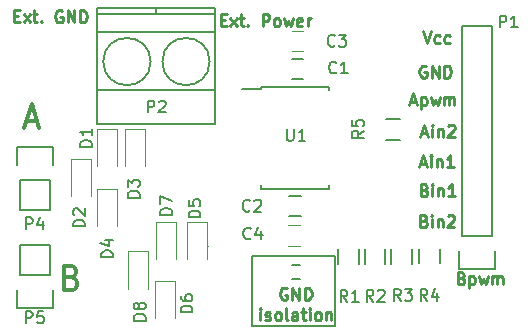
<source format=gbr>
G04 #@! TF.FileFunction,Legend,Top*
%FSLAX46Y46*%
G04 Gerber Fmt 4.6, Leading zero omitted, Abs format (unit mm)*
G04 Created by KiCad (PCBNEW 4.0.6+dfsg1-1) date Tue Feb 13 22:00:55 2018*
%MOMM*%
%LPD*%
G01*
G04 APERTURE LIST*
%ADD10C,0.100000*%
%ADD11C,0.200000*%
%ADD12C,0.250000*%
%ADD13C,0.300000*%
%ADD14C,0.150000*%
%ADD15C,0.120000*%
G04 APERTURE END LIST*
D10*
D11*
X143875000Y-103875000D02*
X143875000Y-103925000D01*
X150950000Y-103875000D02*
X143875000Y-103875000D01*
X150950000Y-109825000D02*
X150950000Y-103875000D01*
X143875000Y-109825000D02*
X150950000Y-109825000D01*
X143875000Y-103875000D02*
X143875000Y-109825000D01*
D12*
X146838096Y-106650000D02*
X146742858Y-106602381D01*
X146600001Y-106602381D01*
X146457143Y-106650000D01*
X146361905Y-106745238D01*
X146314286Y-106840476D01*
X146266667Y-107030952D01*
X146266667Y-107173810D01*
X146314286Y-107364286D01*
X146361905Y-107459524D01*
X146457143Y-107554762D01*
X146600001Y-107602381D01*
X146695239Y-107602381D01*
X146838096Y-107554762D01*
X146885715Y-107507143D01*
X146885715Y-107173810D01*
X146695239Y-107173810D01*
X147314286Y-107602381D02*
X147314286Y-106602381D01*
X147885715Y-107602381D01*
X147885715Y-106602381D01*
X148361905Y-107602381D02*
X148361905Y-106602381D01*
X148600000Y-106602381D01*
X148742858Y-106650000D01*
X148838096Y-106745238D01*
X148885715Y-106840476D01*
X148933334Y-107030952D01*
X148933334Y-107173810D01*
X148885715Y-107364286D01*
X148838096Y-107459524D01*
X148742858Y-107554762D01*
X148600000Y-107602381D01*
X148361905Y-107602381D01*
X144600000Y-109352381D02*
X144600000Y-108685714D01*
X144600000Y-108352381D02*
X144552381Y-108400000D01*
X144600000Y-108447619D01*
X144647619Y-108400000D01*
X144600000Y-108352381D01*
X144600000Y-108447619D01*
X145028571Y-109304762D02*
X145123809Y-109352381D01*
X145314285Y-109352381D01*
X145409524Y-109304762D01*
X145457143Y-109209524D01*
X145457143Y-109161905D01*
X145409524Y-109066667D01*
X145314285Y-109019048D01*
X145171428Y-109019048D01*
X145076190Y-108971429D01*
X145028571Y-108876190D01*
X145028571Y-108828571D01*
X145076190Y-108733333D01*
X145171428Y-108685714D01*
X145314285Y-108685714D01*
X145409524Y-108733333D01*
X146028571Y-109352381D02*
X145933333Y-109304762D01*
X145885714Y-109257143D01*
X145838095Y-109161905D01*
X145838095Y-108876190D01*
X145885714Y-108780952D01*
X145933333Y-108733333D01*
X146028571Y-108685714D01*
X146171429Y-108685714D01*
X146266667Y-108733333D01*
X146314286Y-108780952D01*
X146361905Y-108876190D01*
X146361905Y-109161905D01*
X146314286Y-109257143D01*
X146266667Y-109304762D01*
X146171429Y-109352381D01*
X146028571Y-109352381D01*
X146933333Y-109352381D02*
X146838095Y-109304762D01*
X146790476Y-109209524D01*
X146790476Y-108352381D01*
X147742858Y-109352381D02*
X147742858Y-108828571D01*
X147695239Y-108733333D01*
X147600001Y-108685714D01*
X147409524Y-108685714D01*
X147314286Y-108733333D01*
X147742858Y-109304762D02*
X147647620Y-109352381D01*
X147409524Y-109352381D01*
X147314286Y-109304762D01*
X147266667Y-109209524D01*
X147266667Y-109114286D01*
X147314286Y-109019048D01*
X147409524Y-108971429D01*
X147647620Y-108971429D01*
X147742858Y-108923810D01*
X148076191Y-108685714D02*
X148457143Y-108685714D01*
X148219048Y-108352381D02*
X148219048Y-109209524D01*
X148266667Y-109304762D01*
X148361905Y-109352381D01*
X148457143Y-109352381D01*
X148790477Y-109352381D02*
X148790477Y-108685714D01*
X148790477Y-108352381D02*
X148742858Y-108400000D01*
X148790477Y-108447619D01*
X148838096Y-108400000D01*
X148790477Y-108352381D01*
X148790477Y-108447619D01*
X149409524Y-109352381D02*
X149314286Y-109304762D01*
X149266667Y-109257143D01*
X149219048Y-109161905D01*
X149219048Y-108876190D01*
X149266667Y-108780952D01*
X149314286Y-108733333D01*
X149409524Y-108685714D01*
X149552382Y-108685714D01*
X149647620Y-108733333D01*
X149695239Y-108780952D01*
X149742858Y-108876190D01*
X149742858Y-109161905D01*
X149695239Y-109257143D01*
X149647620Y-109304762D01*
X149552382Y-109352381D01*
X149409524Y-109352381D01*
X150171429Y-108685714D02*
X150171429Y-109352381D01*
X150171429Y-108780952D02*
X150219048Y-108733333D01*
X150314286Y-108685714D01*
X150457144Y-108685714D01*
X150552382Y-108733333D01*
X150600001Y-108828571D01*
X150600001Y-109352381D01*
X123752381Y-83603571D02*
X124085715Y-83603571D01*
X124228572Y-84127381D02*
X123752381Y-84127381D01*
X123752381Y-83127381D01*
X124228572Y-83127381D01*
X124561905Y-84127381D02*
X125085715Y-83460714D01*
X124561905Y-83460714D02*
X125085715Y-84127381D01*
X125323810Y-83460714D02*
X125704762Y-83460714D01*
X125466667Y-83127381D02*
X125466667Y-83984524D01*
X125514286Y-84079762D01*
X125609524Y-84127381D01*
X125704762Y-84127381D01*
X126038096Y-84032143D02*
X126085715Y-84079762D01*
X126038096Y-84127381D01*
X125990477Y-84079762D01*
X126038096Y-84032143D01*
X126038096Y-84127381D01*
X127800001Y-83175000D02*
X127704763Y-83127381D01*
X127561906Y-83127381D01*
X127419048Y-83175000D01*
X127323810Y-83270238D01*
X127276191Y-83365476D01*
X127228572Y-83555952D01*
X127228572Y-83698810D01*
X127276191Y-83889286D01*
X127323810Y-83984524D01*
X127419048Y-84079762D01*
X127561906Y-84127381D01*
X127657144Y-84127381D01*
X127800001Y-84079762D01*
X127847620Y-84032143D01*
X127847620Y-83698810D01*
X127657144Y-83698810D01*
X128276191Y-84127381D02*
X128276191Y-83127381D01*
X128847620Y-84127381D01*
X128847620Y-83127381D01*
X129323810Y-84127381D02*
X129323810Y-83127381D01*
X129561905Y-83127381D01*
X129704763Y-83175000D01*
X129800001Y-83270238D01*
X129847620Y-83365476D01*
X129895239Y-83555952D01*
X129895239Y-83698810D01*
X129847620Y-83889286D01*
X129800001Y-83984524D01*
X129704763Y-84079762D01*
X129561905Y-84127381D01*
X129323810Y-84127381D01*
D11*
X140200000Y-103100000D02*
X140150000Y-103100000D01*
D12*
X161628572Y-105778571D02*
X161771429Y-105826190D01*
X161819048Y-105873810D01*
X161866667Y-105969048D01*
X161866667Y-106111905D01*
X161819048Y-106207143D01*
X161771429Y-106254762D01*
X161676191Y-106302381D01*
X161295238Y-106302381D01*
X161295238Y-105302381D01*
X161628572Y-105302381D01*
X161723810Y-105350000D01*
X161771429Y-105397619D01*
X161819048Y-105492857D01*
X161819048Y-105588095D01*
X161771429Y-105683333D01*
X161723810Y-105730952D01*
X161628572Y-105778571D01*
X161295238Y-105778571D01*
X162295238Y-105635714D02*
X162295238Y-106635714D01*
X162295238Y-105683333D02*
X162390476Y-105635714D01*
X162580953Y-105635714D01*
X162676191Y-105683333D01*
X162723810Y-105730952D01*
X162771429Y-105826190D01*
X162771429Y-106111905D01*
X162723810Y-106207143D01*
X162676191Y-106254762D01*
X162580953Y-106302381D01*
X162390476Y-106302381D01*
X162295238Y-106254762D01*
X163104762Y-105635714D02*
X163295238Y-106302381D01*
X163485715Y-105826190D01*
X163676191Y-106302381D01*
X163866667Y-105635714D01*
X164247619Y-106302381D02*
X164247619Y-105635714D01*
X164247619Y-105730952D02*
X164295238Y-105683333D01*
X164390476Y-105635714D01*
X164533334Y-105635714D01*
X164628572Y-105683333D01*
X164676191Y-105778571D01*
X164676191Y-106302381D01*
X164676191Y-105778571D02*
X164723810Y-105683333D01*
X164819048Y-105635714D01*
X164961905Y-105635714D01*
X165057143Y-105683333D01*
X165104762Y-105778571D01*
X165104762Y-106302381D01*
X158454763Y-100928571D02*
X158597620Y-100976190D01*
X158645239Y-101023810D01*
X158692858Y-101119048D01*
X158692858Y-101261905D01*
X158645239Y-101357143D01*
X158597620Y-101404762D01*
X158502382Y-101452381D01*
X158121429Y-101452381D01*
X158121429Y-100452381D01*
X158454763Y-100452381D01*
X158550001Y-100500000D01*
X158597620Y-100547619D01*
X158645239Y-100642857D01*
X158645239Y-100738095D01*
X158597620Y-100833333D01*
X158550001Y-100880952D01*
X158454763Y-100928571D01*
X158121429Y-100928571D01*
X159121429Y-101452381D02*
X159121429Y-100785714D01*
X159121429Y-100452381D02*
X159073810Y-100500000D01*
X159121429Y-100547619D01*
X159169048Y-100500000D01*
X159121429Y-100452381D01*
X159121429Y-100547619D01*
X159597619Y-100785714D02*
X159597619Y-101452381D01*
X159597619Y-100880952D02*
X159645238Y-100833333D01*
X159740476Y-100785714D01*
X159883334Y-100785714D01*
X159978572Y-100833333D01*
X160026191Y-100928571D01*
X160026191Y-101452381D01*
X160454762Y-100547619D02*
X160502381Y-100500000D01*
X160597619Y-100452381D01*
X160835715Y-100452381D01*
X160930953Y-100500000D01*
X160978572Y-100547619D01*
X161026191Y-100642857D01*
X161026191Y-100738095D01*
X160978572Y-100880952D01*
X160407143Y-101452381D01*
X161026191Y-101452381D01*
X158504763Y-98328571D02*
X158647620Y-98376190D01*
X158695239Y-98423810D01*
X158742858Y-98519048D01*
X158742858Y-98661905D01*
X158695239Y-98757143D01*
X158647620Y-98804762D01*
X158552382Y-98852381D01*
X158171429Y-98852381D01*
X158171429Y-97852381D01*
X158504763Y-97852381D01*
X158600001Y-97900000D01*
X158647620Y-97947619D01*
X158695239Y-98042857D01*
X158695239Y-98138095D01*
X158647620Y-98233333D01*
X158600001Y-98280952D01*
X158504763Y-98328571D01*
X158171429Y-98328571D01*
X159171429Y-98852381D02*
X159171429Y-98185714D01*
X159171429Y-97852381D02*
X159123810Y-97900000D01*
X159171429Y-97947619D01*
X159219048Y-97900000D01*
X159171429Y-97852381D01*
X159171429Y-97947619D01*
X159647619Y-98185714D02*
X159647619Y-98852381D01*
X159647619Y-98280952D02*
X159695238Y-98233333D01*
X159790476Y-98185714D01*
X159933334Y-98185714D01*
X160028572Y-98233333D01*
X160076191Y-98328571D01*
X160076191Y-98852381D01*
X161076191Y-98852381D02*
X160504762Y-98852381D01*
X160790476Y-98852381D02*
X160790476Y-97852381D01*
X160695238Y-97995238D01*
X160600000Y-98090476D01*
X160504762Y-98138095D01*
X157319048Y-90866667D02*
X157795239Y-90866667D01*
X157223810Y-91152381D02*
X157557143Y-90152381D01*
X157890477Y-91152381D01*
X158223810Y-90485714D02*
X158223810Y-91485714D01*
X158223810Y-90533333D02*
X158319048Y-90485714D01*
X158509525Y-90485714D01*
X158604763Y-90533333D01*
X158652382Y-90580952D01*
X158700001Y-90676190D01*
X158700001Y-90961905D01*
X158652382Y-91057143D01*
X158604763Y-91104762D01*
X158509525Y-91152381D01*
X158319048Y-91152381D01*
X158223810Y-91104762D01*
X159033334Y-90485714D02*
X159223810Y-91152381D01*
X159414287Y-90676190D01*
X159604763Y-91152381D01*
X159795239Y-90485714D01*
X160176191Y-91152381D02*
X160176191Y-90485714D01*
X160176191Y-90580952D02*
X160223810Y-90533333D01*
X160319048Y-90485714D01*
X160461906Y-90485714D01*
X160557144Y-90533333D01*
X160604763Y-90628571D01*
X160604763Y-91152381D01*
X160604763Y-90628571D02*
X160652382Y-90533333D01*
X160747620Y-90485714D01*
X160890477Y-90485714D01*
X160985715Y-90533333D01*
X161033334Y-90628571D01*
X161033334Y-91152381D01*
X158245238Y-93516667D02*
X158721429Y-93516667D01*
X158150000Y-93802381D02*
X158483333Y-92802381D01*
X158816667Y-93802381D01*
X159150000Y-93802381D02*
X159150000Y-93135714D01*
X159150000Y-92802381D02*
X159102381Y-92850000D01*
X159150000Y-92897619D01*
X159197619Y-92850000D01*
X159150000Y-92802381D01*
X159150000Y-92897619D01*
X159626190Y-93135714D02*
X159626190Y-93802381D01*
X159626190Y-93230952D02*
X159673809Y-93183333D01*
X159769047Y-93135714D01*
X159911905Y-93135714D01*
X160007143Y-93183333D01*
X160054762Y-93278571D01*
X160054762Y-93802381D01*
X160483333Y-92897619D02*
X160530952Y-92850000D01*
X160626190Y-92802381D01*
X160864286Y-92802381D01*
X160959524Y-92850000D01*
X161007143Y-92897619D01*
X161054762Y-92992857D01*
X161054762Y-93088095D01*
X161007143Y-93230952D01*
X160435714Y-93802381D01*
X161054762Y-93802381D01*
X158145238Y-96116667D02*
X158621429Y-96116667D01*
X158050000Y-96402381D02*
X158383333Y-95402381D01*
X158716667Y-96402381D01*
X159050000Y-96402381D02*
X159050000Y-95735714D01*
X159050000Y-95402381D02*
X159002381Y-95450000D01*
X159050000Y-95497619D01*
X159097619Y-95450000D01*
X159050000Y-95402381D01*
X159050000Y-95497619D01*
X159526190Y-95735714D02*
X159526190Y-96402381D01*
X159526190Y-95830952D02*
X159573809Y-95783333D01*
X159669047Y-95735714D01*
X159811905Y-95735714D01*
X159907143Y-95783333D01*
X159954762Y-95878571D01*
X159954762Y-96402381D01*
X160954762Y-96402381D02*
X160383333Y-96402381D01*
X160669047Y-96402381D02*
X160669047Y-95402381D01*
X160573809Y-95545238D01*
X160478571Y-95640476D01*
X160383333Y-95688095D01*
D13*
X128617857Y-105732143D02*
X128903571Y-105827381D01*
X128998810Y-105922619D01*
X129094048Y-106113095D01*
X129094048Y-106398810D01*
X128998810Y-106589286D01*
X128903571Y-106684524D01*
X128713095Y-106779762D01*
X127951190Y-106779762D01*
X127951190Y-104779762D01*
X128617857Y-104779762D01*
X128808333Y-104875000D01*
X128903571Y-104970238D01*
X128998810Y-105160714D01*
X128998810Y-105351190D01*
X128903571Y-105541667D01*
X128808333Y-105636905D01*
X128617857Y-105732143D01*
X127951190Y-105732143D01*
X124748809Y-92508333D02*
X125701190Y-92508333D01*
X124558333Y-93079762D02*
X125225000Y-91079762D01*
X125891667Y-93079762D01*
D12*
X158638096Y-87850000D02*
X158542858Y-87802381D01*
X158400001Y-87802381D01*
X158257143Y-87850000D01*
X158161905Y-87945238D01*
X158114286Y-88040476D01*
X158066667Y-88230952D01*
X158066667Y-88373810D01*
X158114286Y-88564286D01*
X158161905Y-88659524D01*
X158257143Y-88754762D01*
X158400001Y-88802381D01*
X158495239Y-88802381D01*
X158638096Y-88754762D01*
X158685715Y-88707143D01*
X158685715Y-88373810D01*
X158495239Y-88373810D01*
X159114286Y-88802381D02*
X159114286Y-87802381D01*
X159685715Y-88802381D01*
X159685715Y-87802381D01*
X160161905Y-88802381D02*
X160161905Y-87802381D01*
X160400000Y-87802381D01*
X160542858Y-87850000D01*
X160638096Y-87945238D01*
X160685715Y-88040476D01*
X160733334Y-88230952D01*
X160733334Y-88373810D01*
X160685715Y-88564286D01*
X160638096Y-88659524D01*
X160542858Y-88754762D01*
X160400000Y-88802381D01*
X160161905Y-88802381D01*
X158359524Y-84902381D02*
X158692857Y-85902381D01*
X159026191Y-84902381D01*
X159788096Y-85854762D02*
X159692858Y-85902381D01*
X159502381Y-85902381D01*
X159407143Y-85854762D01*
X159359524Y-85807143D01*
X159311905Y-85711905D01*
X159311905Y-85426190D01*
X159359524Y-85330952D01*
X159407143Y-85283333D01*
X159502381Y-85235714D01*
X159692858Y-85235714D01*
X159788096Y-85283333D01*
X160645239Y-85854762D02*
X160550001Y-85902381D01*
X160359524Y-85902381D01*
X160264286Y-85854762D01*
X160216667Y-85807143D01*
X160169048Y-85711905D01*
X160169048Y-85426190D01*
X160216667Y-85330952D01*
X160264286Y-85283333D01*
X160359524Y-85235714D01*
X160550001Y-85235714D01*
X160645239Y-85283333D01*
X141261904Y-83928571D02*
X141595238Y-83928571D01*
X141738095Y-84452381D02*
X141261904Y-84452381D01*
X141261904Y-83452381D01*
X141738095Y-83452381D01*
X142071428Y-84452381D02*
X142595238Y-83785714D01*
X142071428Y-83785714D02*
X142595238Y-84452381D01*
X142833333Y-83785714D02*
X143214285Y-83785714D01*
X142976190Y-83452381D02*
X142976190Y-84309524D01*
X143023809Y-84404762D01*
X143119047Y-84452381D01*
X143214285Y-84452381D01*
X143547619Y-84357143D02*
X143595238Y-84404762D01*
X143547619Y-84452381D01*
X143500000Y-84404762D01*
X143547619Y-84357143D01*
X143547619Y-84452381D01*
X144785714Y-84452381D02*
X144785714Y-83452381D01*
X145166667Y-83452381D01*
X145261905Y-83500000D01*
X145309524Y-83547619D01*
X145357143Y-83642857D01*
X145357143Y-83785714D01*
X145309524Y-83880952D01*
X145261905Y-83928571D01*
X145166667Y-83976190D01*
X144785714Y-83976190D01*
X145928571Y-84452381D02*
X145833333Y-84404762D01*
X145785714Y-84357143D01*
X145738095Y-84261905D01*
X145738095Y-83976190D01*
X145785714Y-83880952D01*
X145833333Y-83833333D01*
X145928571Y-83785714D01*
X146071429Y-83785714D01*
X146166667Y-83833333D01*
X146214286Y-83880952D01*
X146261905Y-83976190D01*
X146261905Y-84261905D01*
X146214286Y-84357143D01*
X146166667Y-84404762D01*
X146071429Y-84452381D01*
X145928571Y-84452381D01*
X146595238Y-83785714D02*
X146785714Y-84452381D01*
X146976191Y-83976190D01*
X147166667Y-84452381D01*
X147357143Y-83785714D01*
X148119048Y-84404762D02*
X148023810Y-84452381D01*
X147833333Y-84452381D01*
X147738095Y-84404762D01*
X147690476Y-84309524D01*
X147690476Y-83928571D01*
X147738095Y-83833333D01*
X147833333Y-83785714D01*
X148023810Y-83785714D01*
X148119048Y-83833333D01*
X148166667Y-83928571D01*
X148166667Y-84023810D01*
X147690476Y-84119048D01*
X148595238Y-84452381D02*
X148595238Y-83785714D01*
X148595238Y-83976190D02*
X148642857Y-83880952D01*
X148690476Y-83833333D01*
X148785714Y-83785714D01*
X148880953Y-83785714D01*
D14*
X147250000Y-88900000D02*
X148250000Y-88900000D01*
X148250000Y-87200000D02*
X147250000Y-87200000D01*
X147000000Y-100500000D02*
X148000000Y-100500000D01*
X148000000Y-98800000D02*
X147000000Y-98800000D01*
X161680000Y-102180000D02*
X161680000Y-84400000D01*
X161680000Y-84400000D02*
X164220000Y-84400000D01*
X164220000Y-84400000D02*
X164220000Y-102180000D01*
X161400000Y-105000000D02*
X161400000Y-103450000D01*
X161680000Y-102180000D02*
X164220000Y-102180000D01*
X164500000Y-103450000D02*
X164500000Y-105000000D01*
X164500000Y-105000000D02*
X161400000Y-105000000D01*
X135800000Y-83450000D02*
X135800000Y-82950000D01*
X135300000Y-87450000D02*
G75*
G03X135300000Y-87450000I-2000000J0D01*
G01*
X140300000Y-87450000D02*
G75*
G03X140300000Y-87450000I-2000000J0D01*
G01*
X140800000Y-84950000D02*
X130800000Y-84950000D01*
X140800000Y-89850000D02*
X130800000Y-89850000D01*
X140800000Y-83450000D02*
X130800000Y-83450000D01*
X140800000Y-82950000D02*
X130800000Y-82950000D01*
X130800000Y-82950000D02*
X130800000Y-92750000D01*
X130800000Y-92750000D02*
X140800000Y-92750000D01*
X140800000Y-92750000D02*
X140800000Y-82950000D01*
X147275000Y-104700000D02*
X147975000Y-104700000D01*
X147975000Y-105900000D02*
X147275000Y-105900000D01*
X126795000Y-97470000D02*
X126795000Y-100010000D01*
X127075000Y-94650000D02*
X127075000Y-96200000D01*
X126795000Y-97470000D02*
X124255000Y-97470000D01*
X123975000Y-96200000D02*
X123975000Y-94650000D01*
X123975000Y-94650000D02*
X127075000Y-94650000D01*
X124255000Y-97470000D02*
X124255000Y-100010000D01*
X124255000Y-100010000D02*
X126795000Y-100010000D01*
X124255000Y-105480000D02*
X124255000Y-102940000D01*
X123975000Y-108300000D02*
X123975000Y-106750000D01*
X124255000Y-105480000D02*
X126795000Y-105480000D01*
X127075000Y-106750000D02*
X127075000Y-108300000D01*
X127075000Y-108300000D02*
X123975000Y-108300000D01*
X126795000Y-105480000D02*
X126795000Y-102940000D01*
X126795000Y-102940000D02*
X124255000Y-102940000D01*
X152925000Y-103350000D02*
X152925000Y-104550000D01*
X151175000Y-104550000D02*
X151175000Y-103350000D01*
X155175000Y-103350000D02*
X155175000Y-104550000D01*
X153425000Y-104550000D02*
X153425000Y-103350000D01*
X157425000Y-103350000D02*
X157425000Y-104550000D01*
X155675000Y-104550000D02*
X155675000Y-103350000D01*
X159775000Y-103325000D02*
X159775000Y-104525000D01*
X158025000Y-104525000D02*
X158025000Y-103325000D01*
X156450000Y-94075000D02*
X155250000Y-94075000D01*
X155250000Y-92325000D02*
X156450000Y-92325000D01*
X144625000Y-89575000D02*
X144625000Y-89800000D01*
X150375000Y-89575000D02*
X150375000Y-89875000D01*
X150375000Y-98225000D02*
X150375000Y-97925000D01*
X144625000Y-98225000D02*
X144625000Y-97925000D01*
X144625000Y-89575000D02*
X150375000Y-89575000D01*
X144625000Y-98225000D02*
X150375000Y-98225000D01*
X144625000Y-89800000D02*
X143025000Y-89800000D01*
D15*
X146950000Y-103025000D02*
X147950000Y-103025000D01*
X147950000Y-101325000D02*
X146950000Y-101325000D01*
X132450000Y-93175000D02*
X130750000Y-93175000D01*
X130750000Y-93175000D02*
X130750000Y-96325000D01*
X132450000Y-93175000D02*
X132450000Y-96325000D01*
X130225000Y-95700000D02*
X128525000Y-95700000D01*
X128525000Y-95700000D02*
X128525000Y-98850000D01*
X130225000Y-95700000D02*
X130225000Y-98850000D01*
X134825000Y-93175000D02*
X133125000Y-93175000D01*
X133125000Y-93175000D02*
X133125000Y-96325000D01*
X134825000Y-93175000D02*
X134825000Y-96325000D01*
X132450000Y-98225000D02*
X130750000Y-98225000D01*
X130750000Y-98225000D02*
X130750000Y-101375000D01*
X132450000Y-98225000D02*
X132450000Y-101375000D01*
X140075000Y-101025000D02*
X138375000Y-101025000D01*
X138375000Y-101025000D02*
X138375000Y-104175000D01*
X140075000Y-101025000D02*
X140075000Y-104175000D01*
X137400000Y-106050000D02*
X135700000Y-106050000D01*
X135700000Y-106050000D02*
X135700000Y-109200000D01*
X137400000Y-106050000D02*
X137400000Y-109200000D01*
X137425000Y-101025000D02*
X135725000Y-101025000D01*
X135725000Y-101025000D02*
X135725000Y-104175000D01*
X137425000Y-101025000D02*
X137425000Y-104175000D01*
X135125000Y-103525000D02*
X133425000Y-103525000D01*
X133425000Y-103525000D02*
X133425000Y-106675000D01*
X135125000Y-103525000D02*
X135125000Y-106675000D01*
X147250000Y-86525000D02*
X148250000Y-86525000D01*
X148250000Y-84825000D02*
X147250000Y-84825000D01*
D14*
X151033334Y-88357143D02*
X150985715Y-88404762D01*
X150842858Y-88452381D01*
X150747620Y-88452381D01*
X150604762Y-88404762D01*
X150509524Y-88309524D01*
X150461905Y-88214286D01*
X150414286Y-88023810D01*
X150414286Y-87880952D01*
X150461905Y-87690476D01*
X150509524Y-87595238D01*
X150604762Y-87500000D01*
X150747620Y-87452381D01*
X150842858Y-87452381D01*
X150985715Y-87500000D01*
X151033334Y-87547619D01*
X151985715Y-88452381D02*
X151414286Y-88452381D01*
X151700000Y-88452381D02*
X151700000Y-87452381D01*
X151604762Y-87595238D01*
X151509524Y-87690476D01*
X151414286Y-87738095D01*
X143708334Y-100057143D02*
X143660715Y-100104762D01*
X143517858Y-100152381D01*
X143422620Y-100152381D01*
X143279762Y-100104762D01*
X143184524Y-100009524D01*
X143136905Y-99914286D01*
X143089286Y-99723810D01*
X143089286Y-99580952D01*
X143136905Y-99390476D01*
X143184524Y-99295238D01*
X143279762Y-99200000D01*
X143422620Y-99152381D01*
X143517858Y-99152381D01*
X143660715Y-99200000D01*
X143708334Y-99247619D01*
X144089286Y-99247619D02*
X144136905Y-99200000D01*
X144232143Y-99152381D01*
X144470239Y-99152381D01*
X144565477Y-99200000D01*
X144613096Y-99247619D01*
X144660715Y-99342857D01*
X144660715Y-99438095D01*
X144613096Y-99580952D01*
X144041667Y-100152381D01*
X144660715Y-100152381D01*
X164861905Y-84552381D02*
X164861905Y-83552381D01*
X165242858Y-83552381D01*
X165338096Y-83600000D01*
X165385715Y-83647619D01*
X165433334Y-83742857D01*
X165433334Y-83885714D01*
X165385715Y-83980952D01*
X165338096Y-84028571D01*
X165242858Y-84076190D01*
X164861905Y-84076190D01*
X166385715Y-84552381D02*
X165814286Y-84552381D01*
X166100000Y-84552381D02*
X166100000Y-83552381D01*
X166004762Y-83695238D01*
X165909524Y-83790476D01*
X165814286Y-83838095D01*
X135061905Y-91752381D02*
X135061905Y-90752381D01*
X135442858Y-90752381D01*
X135538096Y-90800000D01*
X135585715Y-90847619D01*
X135633334Y-90942857D01*
X135633334Y-91085714D01*
X135585715Y-91180952D01*
X135538096Y-91228571D01*
X135442858Y-91276190D01*
X135061905Y-91276190D01*
X136014286Y-90847619D02*
X136061905Y-90800000D01*
X136157143Y-90752381D01*
X136395239Y-90752381D01*
X136490477Y-90800000D01*
X136538096Y-90847619D01*
X136585715Y-90942857D01*
X136585715Y-91038095D01*
X136538096Y-91180952D01*
X135966667Y-91752381D01*
X136585715Y-91752381D01*
X124736905Y-101652381D02*
X124736905Y-100652381D01*
X125117858Y-100652381D01*
X125213096Y-100700000D01*
X125260715Y-100747619D01*
X125308334Y-100842857D01*
X125308334Y-100985714D01*
X125260715Y-101080952D01*
X125213096Y-101128571D01*
X125117858Y-101176190D01*
X124736905Y-101176190D01*
X126165477Y-100985714D02*
X126165477Y-101652381D01*
X125927381Y-100604762D02*
X125689286Y-101319048D01*
X126308334Y-101319048D01*
X124736905Y-109602381D02*
X124736905Y-108602381D01*
X125117858Y-108602381D01*
X125213096Y-108650000D01*
X125260715Y-108697619D01*
X125308334Y-108792857D01*
X125308334Y-108935714D01*
X125260715Y-109030952D01*
X125213096Y-109078571D01*
X125117858Y-109126190D01*
X124736905Y-109126190D01*
X126213096Y-108602381D02*
X125736905Y-108602381D01*
X125689286Y-109078571D01*
X125736905Y-109030952D01*
X125832143Y-108983333D01*
X126070239Y-108983333D01*
X126165477Y-109030952D01*
X126213096Y-109078571D01*
X126260715Y-109173810D01*
X126260715Y-109411905D01*
X126213096Y-109507143D01*
X126165477Y-109554762D01*
X126070239Y-109602381D01*
X125832143Y-109602381D01*
X125736905Y-109554762D01*
X125689286Y-109507143D01*
X151958334Y-107802381D02*
X151625000Y-107326190D01*
X151386905Y-107802381D02*
X151386905Y-106802381D01*
X151767858Y-106802381D01*
X151863096Y-106850000D01*
X151910715Y-106897619D01*
X151958334Y-106992857D01*
X151958334Y-107135714D01*
X151910715Y-107230952D01*
X151863096Y-107278571D01*
X151767858Y-107326190D01*
X151386905Y-107326190D01*
X152910715Y-107802381D02*
X152339286Y-107802381D01*
X152625000Y-107802381D02*
X152625000Y-106802381D01*
X152529762Y-106945238D01*
X152434524Y-107040476D01*
X152339286Y-107088095D01*
X154158334Y-107777381D02*
X153825000Y-107301190D01*
X153586905Y-107777381D02*
X153586905Y-106777381D01*
X153967858Y-106777381D01*
X154063096Y-106825000D01*
X154110715Y-106872619D01*
X154158334Y-106967857D01*
X154158334Y-107110714D01*
X154110715Y-107205952D01*
X154063096Y-107253571D01*
X153967858Y-107301190D01*
X153586905Y-107301190D01*
X154539286Y-106872619D02*
X154586905Y-106825000D01*
X154682143Y-106777381D01*
X154920239Y-106777381D01*
X155015477Y-106825000D01*
X155063096Y-106872619D01*
X155110715Y-106967857D01*
X155110715Y-107063095D01*
X155063096Y-107205952D01*
X154491667Y-107777381D01*
X155110715Y-107777381D01*
X156483334Y-107702381D02*
X156150000Y-107226190D01*
X155911905Y-107702381D02*
X155911905Y-106702381D01*
X156292858Y-106702381D01*
X156388096Y-106750000D01*
X156435715Y-106797619D01*
X156483334Y-106892857D01*
X156483334Y-107035714D01*
X156435715Y-107130952D01*
X156388096Y-107178571D01*
X156292858Y-107226190D01*
X155911905Y-107226190D01*
X156816667Y-106702381D02*
X157435715Y-106702381D01*
X157102381Y-107083333D01*
X157245239Y-107083333D01*
X157340477Y-107130952D01*
X157388096Y-107178571D01*
X157435715Y-107273810D01*
X157435715Y-107511905D01*
X157388096Y-107607143D01*
X157340477Y-107654762D01*
X157245239Y-107702381D01*
X156959524Y-107702381D01*
X156864286Y-107654762D01*
X156816667Y-107607143D01*
X158733334Y-107702381D02*
X158400000Y-107226190D01*
X158161905Y-107702381D02*
X158161905Y-106702381D01*
X158542858Y-106702381D01*
X158638096Y-106750000D01*
X158685715Y-106797619D01*
X158733334Y-106892857D01*
X158733334Y-107035714D01*
X158685715Y-107130952D01*
X158638096Y-107178571D01*
X158542858Y-107226190D01*
X158161905Y-107226190D01*
X159590477Y-107035714D02*
X159590477Y-107702381D01*
X159352381Y-106654762D02*
X159114286Y-107369048D01*
X159733334Y-107369048D01*
X153352381Y-93316666D02*
X152876190Y-93650000D01*
X153352381Y-93888095D02*
X152352381Y-93888095D01*
X152352381Y-93507142D01*
X152400000Y-93411904D01*
X152447619Y-93364285D01*
X152542857Y-93316666D01*
X152685714Y-93316666D01*
X152780952Y-93364285D01*
X152828571Y-93411904D01*
X152876190Y-93507142D01*
X152876190Y-93888095D01*
X152352381Y-92411904D02*
X152352381Y-92888095D01*
X152828571Y-92935714D01*
X152780952Y-92888095D01*
X152733333Y-92792857D01*
X152733333Y-92554761D01*
X152780952Y-92459523D01*
X152828571Y-92411904D01*
X152923810Y-92364285D01*
X153161905Y-92364285D01*
X153257143Y-92411904D01*
X153304762Y-92459523D01*
X153352381Y-92554761D01*
X153352381Y-92792857D01*
X153304762Y-92888095D01*
X153257143Y-92935714D01*
X146838095Y-93152381D02*
X146838095Y-93961905D01*
X146885714Y-94057143D01*
X146933333Y-94104762D01*
X147028571Y-94152381D01*
X147219048Y-94152381D01*
X147314286Y-94104762D01*
X147361905Y-94057143D01*
X147409524Y-93961905D01*
X147409524Y-93152381D01*
X148409524Y-94152381D02*
X147838095Y-94152381D01*
X148123809Y-94152381D02*
X148123809Y-93152381D01*
X148028571Y-93295238D01*
X147933333Y-93390476D01*
X147838095Y-93438095D01*
X143783334Y-102407143D02*
X143735715Y-102454762D01*
X143592858Y-102502381D01*
X143497620Y-102502381D01*
X143354762Y-102454762D01*
X143259524Y-102359524D01*
X143211905Y-102264286D01*
X143164286Y-102073810D01*
X143164286Y-101930952D01*
X143211905Y-101740476D01*
X143259524Y-101645238D01*
X143354762Y-101550000D01*
X143497620Y-101502381D01*
X143592858Y-101502381D01*
X143735715Y-101550000D01*
X143783334Y-101597619D01*
X144640477Y-101835714D02*
X144640477Y-102502381D01*
X144402381Y-101454762D02*
X144164286Y-102169048D01*
X144783334Y-102169048D01*
X130327381Y-94663095D02*
X129327381Y-94663095D01*
X129327381Y-94425000D01*
X129375000Y-94282142D01*
X129470238Y-94186904D01*
X129565476Y-94139285D01*
X129755952Y-94091666D01*
X129898810Y-94091666D01*
X130089286Y-94139285D01*
X130184524Y-94186904D01*
X130279762Y-94282142D01*
X130327381Y-94425000D01*
X130327381Y-94663095D01*
X130327381Y-93139285D02*
X130327381Y-93710714D01*
X130327381Y-93425000D02*
X129327381Y-93425000D01*
X129470238Y-93520238D01*
X129565476Y-93615476D01*
X129613095Y-93710714D01*
X129752381Y-101413095D02*
X128752381Y-101413095D01*
X128752381Y-101175000D01*
X128800000Y-101032142D01*
X128895238Y-100936904D01*
X128990476Y-100889285D01*
X129180952Y-100841666D01*
X129323810Y-100841666D01*
X129514286Y-100889285D01*
X129609524Y-100936904D01*
X129704762Y-101032142D01*
X129752381Y-101175000D01*
X129752381Y-101413095D01*
X128847619Y-100460714D02*
X128800000Y-100413095D01*
X128752381Y-100317857D01*
X128752381Y-100079761D01*
X128800000Y-99984523D01*
X128847619Y-99936904D01*
X128942857Y-99889285D01*
X129038095Y-99889285D01*
X129180952Y-99936904D01*
X129752381Y-100508333D01*
X129752381Y-99889285D01*
X134377381Y-98963095D02*
X133377381Y-98963095D01*
X133377381Y-98725000D01*
X133425000Y-98582142D01*
X133520238Y-98486904D01*
X133615476Y-98439285D01*
X133805952Y-98391666D01*
X133948810Y-98391666D01*
X134139286Y-98439285D01*
X134234524Y-98486904D01*
X134329762Y-98582142D01*
X134377381Y-98725000D01*
X134377381Y-98963095D01*
X133377381Y-98058333D02*
X133377381Y-97439285D01*
X133758333Y-97772619D01*
X133758333Y-97629761D01*
X133805952Y-97534523D01*
X133853571Y-97486904D01*
X133948810Y-97439285D01*
X134186905Y-97439285D01*
X134282143Y-97486904D01*
X134329762Y-97534523D01*
X134377381Y-97629761D01*
X134377381Y-97915476D01*
X134329762Y-98010714D01*
X134282143Y-98058333D01*
X132102381Y-104013095D02*
X131102381Y-104013095D01*
X131102381Y-103775000D01*
X131150000Y-103632142D01*
X131245238Y-103536904D01*
X131340476Y-103489285D01*
X131530952Y-103441666D01*
X131673810Y-103441666D01*
X131864286Y-103489285D01*
X131959524Y-103536904D01*
X132054762Y-103632142D01*
X132102381Y-103775000D01*
X132102381Y-104013095D01*
X131435714Y-102584523D02*
X132102381Y-102584523D01*
X131054762Y-102822619D02*
X131769048Y-103060714D01*
X131769048Y-102441666D01*
X139527381Y-100638095D02*
X138527381Y-100638095D01*
X138527381Y-100400000D01*
X138575000Y-100257142D01*
X138670238Y-100161904D01*
X138765476Y-100114285D01*
X138955952Y-100066666D01*
X139098810Y-100066666D01*
X139289286Y-100114285D01*
X139384524Y-100161904D01*
X139479762Y-100257142D01*
X139527381Y-100400000D01*
X139527381Y-100638095D01*
X138527381Y-99161904D02*
X138527381Y-99638095D01*
X139003571Y-99685714D01*
X138955952Y-99638095D01*
X138908333Y-99542857D01*
X138908333Y-99304761D01*
X138955952Y-99209523D01*
X139003571Y-99161904D01*
X139098810Y-99114285D01*
X139336905Y-99114285D01*
X139432143Y-99161904D01*
X139479762Y-99209523D01*
X139527381Y-99304761D01*
X139527381Y-99542857D01*
X139479762Y-99638095D01*
X139432143Y-99685714D01*
X138852381Y-108688095D02*
X137852381Y-108688095D01*
X137852381Y-108450000D01*
X137900000Y-108307142D01*
X137995238Y-108211904D01*
X138090476Y-108164285D01*
X138280952Y-108116666D01*
X138423810Y-108116666D01*
X138614286Y-108164285D01*
X138709524Y-108211904D01*
X138804762Y-108307142D01*
X138852381Y-108450000D01*
X138852381Y-108688095D01*
X137852381Y-107259523D02*
X137852381Y-107450000D01*
X137900000Y-107545238D01*
X137947619Y-107592857D01*
X138090476Y-107688095D01*
X138280952Y-107735714D01*
X138661905Y-107735714D01*
X138757143Y-107688095D01*
X138804762Y-107640476D01*
X138852381Y-107545238D01*
X138852381Y-107354761D01*
X138804762Y-107259523D01*
X138757143Y-107211904D01*
X138661905Y-107164285D01*
X138423810Y-107164285D01*
X138328571Y-107211904D01*
X138280952Y-107259523D01*
X138233333Y-107354761D01*
X138233333Y-107545238D01*
X138280952Y-107640476D01*
X138328571Y-107688095D01*
X138423810Y-107735714D01*
X137127381Y-100438095D02*
X136127381Y-100438095D01*
X136127381Y-100200000D01*
X136175000Y-100057142D01*
X136270238Y-99961904D01*
X136365476Y-99914285D01*
X136555952Y-99866666D01*
X136698810Y-99866666D01*
X136889286Y-99914285D01*
X136984524Y-99961904D01*
X137079762Y-100057142D01*
X137127381Y-100200000D01*
X137127381Y-100438095D01*
X136127381Y-99533333D02*
X136127381Y-98866666D01*
X137127381Y-99295238D01*
X134877381Y-109388095D02*
X133877381Y-109388095D01*
X133877381Y-109150000D01*
X133925000Y-109007142D01*
X134020238Y-108911904D01*
X134115476Y-108864285D01*
X134305952Y-108816666D01*
X134448810Y-108816666D01*
X134639286Y-108864285D01*
X134734524Y-108911904D01*
X134829762Y-109007142D01*
X134877381Y-109150000D01*
X134877381Y-109388095D01*
X134305952Y-108245238D02*
X134258333Y-108340476D01*
X134210714Y-108388095D01*
X134115476Y-108435714D01*
X134067857Y-108435714D01*
X133972619Y-108388095D01*
X133925000Y-108340476D01*
X133877381Y-108245238D01*
X133877381Y-108054761D01*
X133925000Y-107959523D01*
X133972619Y-107911904D01*
X134067857Y-107864285D01*
X134115476Y-107864285D01*
X134210714Y-107911904D01*
X134258333Y-107959523D01*
X134305952Y-108054761D01*
X134305952Y-108245238D01*
X134353571Y-108340476D01*
X134401190Y-108388095D01*
X134496429Y-108435714D01*
X134686905Y-108435714D01*
X134782143Y-108388095D01*
X134829762Y-108340476D01*
X134877381Y-108245238D01*
X134877381Y-108054761D01*
X134829762Y-107959523D01*
X134782143Y-107911904D01*
X134686905Y-107864285D01*
X134496429Y-107864285D01*
X134401190Y-107911904D01*
X134353571Y-107959523D01*
X134305952Y-108054761D01*
X150908334Y-86082143D02*
X150860715Y-86129762D01*
X150717858Y-86177381D01*
X150622620Y-86177381D01*
X150479762Y-86129762D01*
X150384524Y-86034524D01*
X150336905Y-85939286D01*
X150289286Y-85748810D01*
X150289286Y-85605952D01*
X150336905Y-85415476D01*
X150384524Y-85320238D01*
X150479762Y-85225000D01*
X150622620Y-85177381D01*
X150717858Y-85177381D01*
X150860715Y-85225000D01*
X150908334Y-85272619D01*
X151241667Y-85177381D02*
X151860715Y-85177381D01*
X151527381Y-85558333D01*
X151670239Y-85558333D01*
X151765477Y-85605952D01*
X151813096Y-85653571D01*
X151860715Y-85748810D01*
X151860715Y-85986905D01*
X151813096Y-86082143D01*
X151765477Y-86129762D01*
X151670239Y-86177381D01*
X151384524Y-86177381D01*
X151289286Y-86129762D01*
X151241667Y-86082143D01*
M02*

</source>
